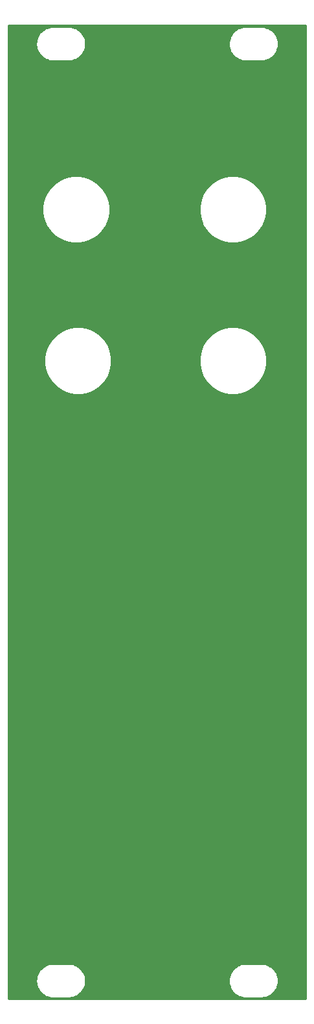
<source format=gbr>
G04 #@! TF.GenerationSoftware,KiCad,Pcbnew,(5.1.5-0)*
G04 #@! TF.CreationDate,2021-01-08T11:31:28-08:00*
G04 #@! TF.ProjectId,trackydacks,74726163-6b79-4646-9163-6b732e6b6963,rev?*
G04 #@! TF.SameCoordinates,Original*
G04 #@! TF.FileFunction,Copper,L1,Top*
G04 #@! TF.FilePolarity,Positive*
%FSLAX46Y46*%
G04 Gerber Fmt 4.6, Leading zero omitted, Abs format (unit mm)*
G04 Created by KiCad (PCBNEW (5.1.5-0)) date 2021-01-08 11:31:28*
%MOMM*%
%LPD*%
G04 APERTURE LIST*
%ADD10C,3.100000*%
%ADD11C,6.100000*%
%ADD12C,0.254000*%
G04 APERTURE END LIST*
D10*
X135250000Y500000D03*
X115250000Y500000D03*
D11*
X105250000Y500000D03*
X125250000Y500000D03*
X105250000Y15500000D03*
X115250000Y15500000D03*
X125250000Y15500000D03*
X135250000Y15500000D03*
D12*
G36*
X139540001Y-27840000D02*
G01*
X100660000Y-27840000D01*
X100660000Y-25451353D01*
X104242755Y-25451353D01*
X104243173Y-25511171D01*
X104242755Y-25570988D01*
X104243655Y-25580160D01*
X104276296Y-25890715D01*
X104288320Y-25949291D01*
X104299532Y-26008070D01*
X104302196Y-26016892D01*
X104394535Y-26315192D01*
X104417715Y-26370335D01*
X104440124Y-26425800D01*
X104444451Y-26433937D01*
X104592972Y-26708621D01*
X104626417Y-26758205D01*
X104659177Y-26808268D01*
X104665001Y-26815409D01*
X104864047Y-27056013D01*
X104906482Y-27098154D01*
X104948346Y-27140903D01*
X104955446Y-27146777D01*
X105197435Y-27344138D01*
X105247259Y-27377241D01*
X105296615Y-27411036D01*
X105304721Y-27415419D01*
X105580435Y-27562019D01*
X105635704Y-27584799D01*
X105690724Y-27608381D01*
X105699527Y-27611105D01*
X105998465Y-27701359D01*
X106057138Y-27712976D01*
X106115655Y-27725415D01*
X106124820Y-27726378D01*
X106435594Y-27756850D01*
X106435598Y-27756850D01*
X106467581Y-27760000D01*
X108532419Y-27760000D01*
X108565986Y-27756694D01*
X108586744Y-27756694D01*
X108595909Y-27755731D01*
X108906228Y-27720923D01*
X108964731Y-27708487D01*
X109023419Y-27696867D01*
X109032222Y-27694142D01*
X109329870Y-27599723D01*
X109384792Y-27576183D01*
X109440159Y-27553363D01*
X109448265Y-27548979D01*
X109721904Y-27398544D01*
X109771217Y-27364779D01*
X109821088Y-27331645D01*
X109828188Y-27325770D01*
X110067397Y-27125049D01*
X110109241Y-27082320D01*
X110151694Y-27040162D01*
X110157519Y-27033020D01*
X110353185Y-26789660D01*
X110385938Y-26739608D01*
X110419391Y-26690013D01*
X110423714Y-26681881D01*
X110423717Y-26681877D01*
X110423719Y-26681873D01*
X110568388Y-26405146D01*
X110590785Y-26349711D01*
X110613978Y-26294539D01*
X110616641Y-26285717D01*
X110704807Y-25986156D01*
X110716007Y-25927440D01*
X110728045Y-25868798D01*
X110728944Y-25859627D01*
X110757245Y-25548647D01*
X110756827Y-25488830D01*
X110757088Y-25451353D01*
X129442755Y-25451353D01*
X129443173Y-25511171D01*
X129442755Y-25570988D01*
X129443655Y-25580160D01*
X129476296Y-25890715D01*
X129488320Y-25949291D01*
X129499532Y-26008070D01*
X129502196Y-26016892D01*
X129594535Y-26315192D01*
X129617715Y-26370335D01*
X129640124Y-26425800D01*
X129644451Y-26433937D01*
X129792972Y-26708621D01*
X129826417Y-26758205D01*
X129859177Y-26808268D01*
X129865001Y-26815409D01*
X130064047Y-27056013D01*
X130106482Y-27098154D01*
X130148346Y-27140903D01*
X130155446Y-27146777D01*
X130397435Y-27344138D01*
X130447259Y-27377241D01*
X130496615Y-27411036D01*
X130504721Y-27415419D01*
X130780435Y-27562019D01*
X130835704Y-27584799D01*
X130890724Y-27608381D01*
X130899527Y-27611105D01*
X131198465Y-27701359D01*
X131257138Y-27712976D01*
X131315655Y-27725415D01*
X131324820Y-27726378D01*
X131635594Y-27756850D01*
X131635598Y-27756850D01*
X131667581Y-27760000D01*
X133732419Y-27760000D01*
X133765986Y-27756694D01*
X133786744Y-27756694D01*
X133795909Y-27755731D01*
X134106228Y-27720923D01*
X134164731Y-27708487D01*
X134223419Y-27696867D01*
X134232222Y-27694142D01*
X134529870Y-27599723D01*
X134584792Y-27576183D01*
X134640159Y-27553363D01*
X134648265Y-27548979D01*
X134921904Y-27398544D01*
X134971217Y-27364779D01*
X135021088Y-27331645D01*
X135028188Y-27325770D01*
X135267397Y-27125049D01*
X135309241Y-27082320D01*
X135351694Y-27040162D01*
X135357519Y-27033020D01*
X135553185Y-26789660D01*
X135585938Y-26739608D01*
X135619391Y-26690013D01*
X135623714Y-26681881D01*
X135623717Y-26681877D01*
X135623719Y-26681873D01*
X135768388Y-26405146D01*
X135790785Y-26349711D01*
X135813978Y-26294539D01*
X135816641Y-26285717D01*
X135904807Y-25986156D01*
X135916007Y-25927440D01*
X135928045Y-25868798D01*
X135928944Y-25859627D01*
X135957245Y-25548647D01*
X135956827Y-25488830D01*
X135957245Y-25429012D01*
X135956345Y-25419841D01*
X135923704Y-25109285D01*
X135911680Y-25050709D01*
X135900468Y-24991930D01*
X135897804Y-24983108D01*
X135805465Y-24684808D01*
X135782280Y-24629653D01*
X135759876Y-24574200D01*
X135755549Y-24566064D01*
X135755549Y-24566063D01*
X135755546Y-24566059D01*
X135607028Y-24291379D01*
X135573583Y-24241795D01*
X135540823Y-24191732D01*
X135534999Y-24184591D01*
X135335954Y-23943987D01*
X135293535Y-23901863D01*
X135251655Y-23859097D01*
X135244554Y-23853223D01*
X135002565Y-23655862D01*
X134952741Y-23622759D01*
X134903385Y-23588964D01*
X134895279Y-23584581D01*
X134619566Y-23437981D01*
X134564269Y-23415189D01*
X134509275Y-23391619D01*
X134500472Y-23388895D01*
X134201535Y-23298641D01*
X134142862Y-23287024D01*
X134084345Y-23274585D01*
X134075180Y-23273622D01*
X133764405Y-23243150D01*
X133764402Y-23243150D01*
X133732419Y-23240000D01*
X131667581Y-23240000D01*
X131634014Y-23243306D01*
X131613256Y-23243306D01*
X131604091Y-23244269D01*
X131293771Y-23279077D01*
X131235298Y-23291506D01*
X131176581Y-23303132D01*
X131167778Y-23305858D01*
X130870130Y-23400277D01*
X130815147Y-23423843D01*
X130759841Y-23446638D01*
X130751735Y-23451021D01*
X130478095Y-23601456D01*
X130428748Y-23635245D01*
X130378913Y-23668355D01*
X130371812Y-23674229D01*
X130132603Y-23874951D01*
X130090759Y-23917681D01*
X130048305Y-23959839D01*
X130042481Y-23966980D01*
X129846814Y-24210340D01*
X129814055Y-24260400D01*
X129780609Y-24309986D01*
X129776283Y-24318123D01*
X129631612Y-24594854D01*
X129609215Y-24650289D01*
X129586022Y-24705461D01*
X129583359Y-24714283D01*
X129495193Y-25013844D01*
X129483993Y-25072560D01*
X129471955Y-25131202D01*
X129471056Y-25140373D01*
X129442755Y-25451353D01*
X110757088Y-25451353D01*
X110757245Y-25429012D01*
X110756345Y-25419841D01*
X110723704Y-25109285D01*
X110711680Y-25050709D01*
X110700468Y-24991930D01*
X110697804Y-24983108D01*
X110605465Y-24684808D01*
X110582280Y-24629653D01*
X110559876Y-24574200D01*
X110555549Y-24566064D01*
X110555549Y-24566063D01*
X110555546Y-24566059D01*
X110407028Y-24291379D01*
X110373583Y-24241795D01*
X110340823Y-24191732D01*
X110334999Y-24184591D01*
X110135954Y-23943987D01*
X110093535Y-23901863D01*
X110051655Y-23859097D01*
X110044554Y-23853223D01*
X109802565Y-23655862D01*
X109752741Y-23622759D01*
X109703385Y-23588964D01*
X109695279Y-23584581D01*
X109419566Y-23437981D01*
X109364269Y-23415189D01*
X109309275Y-23391619D01*
X109300472Y-23388895D01*
X109001535Y-23298641D01*
X108942862Y-23287024D01*
X108884345Y-23274585D01*
X108875180Y-23273622D01*
X108564405Y-23243150D01*
X108564402Y-23243150D01*
X108532419Y-23240000D01*
X106467581Y-23240000D01*
X106434014Y-23243306D01*
X106413256Y-23243306D01*
X106404091Y-23244269D01*
X106093771Y-23279077D01*
X106035298Y-23291506D01*
X105976581Y-23303132D01*
X105967778Y-23305858D01*
X105670130Y-23400277D01*
X105615147Y-23423843D01*
X105559841Y-23446638D01*
X105551735Y-23451021D01*
X105278095Y-23601456D01*
X105228748Y-23635245D01*
X105178913Y-23668355D01*
X105171812Y-23674229D01*
X104932603Y-23874951D01*
X104890759Y-23917681D01*
X104848305Y-23959839D01*
X104842481Y-23966980D01*
X104646814Y-24210340D01*
X104614055Y-24260400D01*
X104580609Y-24309986D01*
X104576283Y-24318123D01*
X104431612Y-24594854D01*
X104409215Y-24650289D01*
X104386022Y-24705461D01*
X104383359Y-24714283D01*
X104295193Y-25013844D01*
X104283993Y-25072560D01*
X104271955Y-25131202D01*
X104271056Y-25140373D01*
X104242755Y-25451353D01*
X100660000Y-25451353D01*
X100660000Y55934216D01*
X105341332Y55934216D01*
X105341332Y55065784D01*
X105510754Y54214039D01*
X105843089Y53411712D01*
X106325564Y52689638D01*
X106939638Y52075564D01*
X107661712Y51593089D01*
X108464039Y51260754D01*
X109315784Y51091332D01*
X110184216Y51091332D01*
X111035961Y51260754D01*
X111838288Y51593089D01*
X112560362Y52075564D01*
X113174436Y52689638D01*
X113656911Y53411712D01*
X113989246Y54214039D01*
X114158668Y55065784D01*
X114158668Y55934216D01*
X125591332Y55934216D01*
X125591332Y55065784D01*
X125760754Y54214039D01*
X126093089Y53411712D01*
X126575564Y52689638D01*
X127189638Y52075564D01*
X127911712Y51593089D01*
X128714039Y51260754D01*
X129565784Y51091332D01*
X130434216Y51091332D01*
X131285961Y51260754D01*
X132088288Y51593089D01*
X132810362Y52075564D01*
X133424436Y52689638D01*
X133906911Y53411712D01*
X134239246Y54214039D01*
X134408668Y55065784D01*
X134408668Y55934216D01*
X134239246Y56785961D01*
X133906911Y57588288D01*
X133424436Y58310362D01*
X132810362Y58924436D01*
X132088288Y59406911D01*
X131285961Y59739246D01*
X130434216Y59908668D01*
X129565784Y59908668D01*
X128714039Y59739246D01*
X127911712Y59406911D01*
X127189638Y58924436D01*
X126575564Y58310362D01*
X126093089Y57588288D01*
X125760754Y56785961D01*
X125591332Y55934216D01*
X114158668Y55934216D01*
X113989246Y56785961D01*
X113656911Y57588288D01*
X113174436Y58310362D01*
X112560362Y58924436D01*
X111838288Y59406911D01*
X111035961Y59739246D01*
X110184216Y59908668D01*
X109315784Y59908668D01*
X108464039Y59739246D01*
X107661712Y59406911D01*
X106939638Y58924436D01*
X106325564Y58310362D01*
X105843089Y57588288D01*
X105510754Y56785961D01*
X105341332Y55934216D01*
X100660000Y55934216D01*
X100660000Y75684216D01*
X105091332Y75684216D01*
X105091332Y74815784D01*
X105260754Y73964039D01*
X105593089Y73161712D01*
X106075564Y72439638D01*
X106689638Y71825564D01*
X107411712Y71343089D01*
X108214039Y71010754D01*
X109065784Y70841332D01*
X109934216Y70841332D01*
X110785961Y71010754D01*
X111588288Y71343089D01*
X112310362Y71825564D01*
X112924436Y72439638D01*
X113406911Y73161712D01*
X113739246Y73964039D01*
X113908668Y74815784D01*
X113908668Y75684216D01*
X125591332Y75684216D01*
X125591332Y74815784D01*
X125760754Y73964039D01*
X126093089Y73161712D01*
X126575564Y72439638D01*
X127189638Y71825564D01*
X127911712Y71343089D01*
X128714039Y71010754D01*
X129565784Y70841332D01*
X130434216Y70841332D01*
X131285961Y71010754D01*
X132088288Y71343089D01*
X132810362Y71825564D01*
X133424436Y72439638D01*
X133906911Y73161712D01*
X134239246Y73964039D01*
X134408668Y74815784D01*
X134408668Y75684216D01*
X134239246Y76535961D01*
X133906911Y77338288D01*
X133424436Y78060362D01*
X132810362Y78674436D01*
X132088288Y79156911D01*
X131285961Y79489246D01*
X130434216Y79658668D01*
X129565784Y79658668D01*
X128714039Y79489246D01*
X127911712Y79156911D01*
X127189638Y78674436D01*
X126575564Y78060362D01*
X126093089Y77338288D01*
X125760754Y76535961D01*
X125591332Y75684216D01*
X113908668Y75684216D01*
X113739246Y76535961D01*
X113406911Y77338288D01*
X112924436Y78060362D01*
X112310362Y78674436D01*
X111588288Y79156911D01*
X110785961Y79489246D01*
X109934216Y79658668D01*
X109065784Y79658668D01*
X108214039Y79489246D01*
X107411712Y79156911D01*
X106689638Y78674436D01*
X106075564Y78060362D01*
X105593089Y77338288D01*
X105260754Y76535961D01*
X105091332Y75684216D01*
X100660000Y75684216D01*
X100660000Y96948647D01*
X104242755Y96948647D01*
X104243173Y96888829D01*
X104242755Y96829012D01*
X104243655Y96819840D01*
X104276296Y96509285D01*
X104288320Y96450709D01*
X104299532Y96391930D01*
X104302196Y96383108D01*
X104394535Y96084808D01*
X104417715Y96029665D01*
X104440124Y95974200D01*
X104444451Y95966063D01*
X104592972Y95691379D01*
X104626417Y95641795D01*
X104659177Y95591732D01*
X104665001Y95584591D01*
X104864047Y95343987D01*
X104906482Y95301846D01*
X104948346Y95259097D01*
X104955446Y95253223D01*
X105197435Y95055862D01*
X105247259Y95022759D01*
X105296615Y94988964D01*
X105304721Y94984581D01*
X105580435Y94837981D01*
X105635704Y94815201D01*
X105690724Y94791619D01*
X105699527Y94788895D01*
X105998465Y94698641D01*
X106057138Y94687024D01*
X106115655Y94674585D01*
X106124820Y94673622D01*
X106435594Y94643150D01*
X106435598Y94643150D01*
X106467581Y94640000D01*
X108532419Y94640000D01*
X108565986Y94643306D01*
X108586744Y94643306D01*
X108595909Y94644269D01*
X108906228Y94679077D01*
X108964731Y94691513D01*
X109023419Y94703133D01*
X109032222Y94705858D01*
X109329870Y94800277D01*
X109384792Y94823817D01*
X109440159Y94846637D01*
X109448265Y94851021D01*
X109721904Y95001456D01*
X109771217Y95035221D01*
X109821088Y95068355D01*
X109828188Y95074230D01*
X110067397Y95274951D01*
X110109241Y95317680D01*
X110151694Y95359838D01*
X110157519Y95366980D01*
X110353185Y95610340D01*
X110385938Y95660392D01*
X110419391Y95709987D01*
X110423714Y95718119D01*
X110423717Y95718123D01*
X110423719Y95718127D01*
X110568388Y95994854D01*
X110590785Y96050289D01*
X110613978Y96105461D01*
X110616641Y96114283D01*
X110704807Y96413844D01*
X110716007Y96472560D01*
X110728045Y96531202D01*
X110728944Y96540373D01*
X110757245Y96851353D01*
X110756827Y96911171D01*
X110757088Y96948647D01*
X129442755Y96948647D01*
X129443173Y96888829D01*
X129442755Y96829012D01*
X129443655Y96819840D01*
X129476296Y96509285D01*
X129488320Y96450709D01*
X129499532Y96391930D01*
X129502196Y96383108D01*
X129594535Y96084808D01*
X129617715Y96029665D01*
X129640124Y95974200D01*
X129644451Y95966063D01*
X129792972Y95691379D01*
X129826417Y95641795D01*
X129859177Y95591732D01*
X129865001Y95584591D01*
X130064047Y95343987D01*
X130106482Y95301846D01*
X130148346Y95259097D01*
X130155446Y95253223D01*
X130397435Y95055862D01*
X130447259Y95022759D01*
X130496615Y94988964D01*
X130504721Y94984581D01*
X130780435Y94837981D01*
X130835704Y94815201D01*
X130890724Y94791619D01*
X130899527Y94788895D01*
X131198465Y94698641D01*
X131257138Y94687024D01*
X131315655Y94674585D01*
X131324820Y94673622D01*
X131635594Y94643150D01*
X131635598Y94643150D01*
X131667581Y94640000D01*
X133732419Y94640000D01*
X133765986Y94643306D01*
X133786744Y94643306D01*
X133795909Y94644269D01*
X134106228Y94679077D01*
X134164731Y94691513D01*
X134223419Y94703133D01*
X134232222Y94705858D01*
X134529870Y94800277D01*
X134584792Y94823817D01*
X134640159Y94846637D01*
X134648265Y94851021D01*
X134921904Y95001456D01*
X134971217Y95035221D01*
X135021088Y95068355D01*
X135028188Y95074230D01*
X135267397Y95274951D01*
X135309241Y95317680D01*
X135351694Y95359838D01*
X135357519Y95366980D01*
X135553185Y95610340D01*
X135585938Y95660392D01*
X135619391Y95709987D01*
X135623714Y95718119D01*
X135623717Y95718123D01*
X135623719Y95718127D01*
X135768388Y95994854D01*
X135790785Y96050289D01*
X135813978Y96105461D01*
X135816641Y96114283D01*
X135904807Y96413844D01*
X135916007Y96472560D01*
X135928045Y96531202D01*
X135928944Y96540373D01*
X135957245Y96851353D01*
X135956827Y96911170D01*
X135957245Y96970988D01*
X135956345Y96980159D01*
X135923704Y97290715D01*
X135911680Y97349291D01*
X135900468Y97408070D01*
X135897804Y97416892D01*
X135805465Y97715192D01*
X135782280Y97770347D01*
X135759876Y97825800D01*
X135755549Y97833936D01*
X135755549Y97833937D01*
X135755546Y97833941D01*
X135607028Y98108621D01*
X135573583Y98158205D01*
X135540823Y98208268D01*
X135534999Y98215409D01*
X135335954Y98456013D01*
X135293535Y98498137D01*
X135251655Y98540903D01*
X135244554Y98546777D01*
X135002565Y98744138D01*
X134952741Y98777241D01*
X134903385Y98811036D01*
X134895279Y98815419D01*
X134619566Y98962019D01*
X134564269Y98984811D01*
X134509275Y99008381D01*
X134500472Y99011105D01*
X134201535Y99101359D01*
X134142862Y99112976D01*
X134084345Y99125415D01*
X134075180Y99126378D01*
X133764405Y99156850D01*
X133764402Y99156850D01*
X133732419Y99160000D01*
X131667581Y99160000D01*
X131634014Y99156694D01*
X131613256Y99156694D01*
X131604091Y99155731D01*
X131293771Y99120923D01*
X131235298Y99108494D01*
X131176581Y99096868D01*
X131167778Y99094142D01*
X130870130Y98999723D01*
X130815147Y98976157D01*
X130759841Y98953362D01*
X130751735Y98948979D01*
X130478095Y98798544D01*
X130428748Y98764755D01*
X130378913Y98731645D01*
X130371812Y98725771D01*
X130132603Y98525049D01*
X130090759Y98482319D01*
X130048305Y98440161D01*
X130042481Y98433020D01*
X129846814Y98189660D01*
X129814055Y98139600D01*
X129780609Y98090014D01*
X129776283Y98081877D01*
X129631612Y97805146D01*
X129609215Y97749711D01*
X129586022Y97694539D01*
X129583359Y97685717D01*
X129495193Y97386156D01*
X129483993Y97327440D01*
X129471955Y97268798D01*
X129471056Y97259627D01*
X129442755Y96948647D01*
X110757088Y96948647D01*
X110757245Y96970988D01*
X110756345Y96980159D01*
X110723704Y97290715D01*
X110711680Y97349291D01*
X110700468Y97408070D01*
X110697804Y97416892D01*
X110605465Y97715192D01*
X110582280Y97770347D01*
X110559876Y97825800D01*
X110555549Y97833936D01*
X110555549Y97833937D01*
X110555546Y97833941D01*
X110407028Y98108621D01*
X110373583Y98158205D01*
X110340823Y98208268D01*
X110334999Y98215409D01*
X110135954Y98456013D01*
X110093535Y98498137D01*
X110051655Y98540903D01*
X110044554Y98546777D01*
X109802565Y98744138D01*
X109752741Y98777241D01*
X109703385Y98811036D01*
X109695279Y98815419D01*
X109419566Y98962019D01*
X109364269Y98984811D01*
X109309275Y99008381D01*
X109300472Y99011105D01*
X109001535Y99101359D01*
X108942862Y99112976D01*
X108884345Y99125415D01*
X108875180Y99126378D01*
X108564405Y99156850D01*
X108564402Y99156850D01*
X108532419Y99160000D01*
X106467581Y99160000D01*
X106434014Y99156694D01*
X106413256Y99156694D01*
X106404091Y99155731D01*
X106093771Y99120923D01*
X106035298Y99108494D01*
X105976581Y99096868D01*
X105967778Y99094142D01*
X105670130Y98999723D01*
X105615147Y98976157D01*
X105559841Y98953362D01*
X105551735Y98948979D01*
X105278095Y98798544D01*
X105228748Y98764755D01*
X105178913Y98731645D01*
X105171812Y98725771D01*
X104932603Y98525049D01*
X104890759Y98482319D01*
X104848305Y98440161D01*
X104842481Y98433020D01*
X104646814Y98189660D01*
X104614055Y98139600D01*
X104580609Y98090014D01*
X104576283Y98081877D01*
X104431612Y97805146D01*
X104409215Y97749711D01*
X104386022Y97694539D01*
X104383359Y97685717D01*
X104295193Y97386156D01*
X104283993Y97327440D01*
X104271955Y97268798D01*
X104271056Y97259627D01*
X104242755Y96948647D01*
X100660000Y96948647D01*
X100660000Y99340000D01*
X139540000Y99340000D01*
X139540001Y-27840000D01*
G37*
X139540001Y-27840000D02*
X100660000Y-27840000D01*
X100660000Y-25451353D01*
X104242755Y-25451353D01*
X104243173Y-25511171D01*
X104242755Y-25570988D01*
X104243655Y-25580160D01*
X104276296Y-25890715D01*
X104288320Y-25949291D01*
X104299532Y-26008070D01*
X104302196Y-26016892D01*
X104394535Y-26315192D01*
X104417715Y-26370335D01*
X104440124Y-26425800D01*
X104444451Y-26433937D01*
X104592972Y-26708621D01*
X104626417Y-26758205D01*
X104659177Y-26808268D01*
X104665001Y-26815409D01*
X104864047Y-27056013D01*
X104906482Y-27098154D01*
X104948346Y-27140903D01*
X104955446Y-27146777D01*
X105197435Y-27344138D01*
X105247259Y-27377241D01*
X105296615Y-27411036D01*
X105304721Y-27415419D01*
X105580435Y-27562019D01*
X105635704Y-27584799D01*
X105690724Y-27608381D01*
X105699527Y-27611105D01*
X105998465Y-27701359D01*
X106057138Y-27712976D01*
X106115655Y-27725415D01*
X106124820Y-27726378D01*
X106435594Y-27756850D01*
X106435598Y-27756850D01*
X106467581Y-27760000D01*
X108532419Y-27760000D01*
X108565986Y-27756694D01*
X108586744Y-27756694D01*
X108595909Y-27755731D01*
X108906228Y-27720923D01*
X108964731Y-27708487D01*
X109023419Y-27696867D01*
X109032222Y-27694142D01*
X109329870Y-27599723D01*
X109384792Y-27576183D01*
X109440159Y-27553363D01*
X109448265Y-27548979D01*
X109721904Y-27398544D01*
X109771217Y-27364779D01*
X109821088Y-27331645D01*
X109828188Y-27325770D01*
X110067397Y-27125049D01*
X110109241Y-27082320D01*
X110151694Y-27040162D01*
X110157519Y-27033020D01*
X110353185Y-26789660D01*
X110385938Y-26739608D01*
X110419391Y-26690013D01*
X110423714Y-26681881D01*
X110423717Y-26681877D01*
X110423719Y-26681873D01*
X110568388Y-26405146D01*
X110590785Y-26349711D01*
X110613978Y-26294539D01*
X110616641Y-26285717D01*
X110704807Y-25986156D01*
X110716007Y-25927440D01*
X110728045Y-25868798D01*
X110728944Y-25859627D01*
X110757245Y-25548647D01*
X110756827Y-25488830D01*
X110757088Y-25451353D01*
X129442755Y-25451353D01*
X129443173Y-25511171D01*
X129442755Y-25570988D01*
X129443655Y-25580160D01*
X129476296Y-25890715D01*
X129488320Y-25949291D01*
X129499532Y-26008070D01*
X129502196Y-26016892D01*
X129594535Y-26315192D01*
X129617715Y-26370335D01*
X129640124Y-26425800D01*
X129644451Y-26433937D01*
X129792972Y-26708621D01*
X129826417Y-26758205D01*
X129859177Y-26808268D01*
X129865001Y-26815409D01*
X130064047Y-27056013D01*
X130106482Y-27098154D01*
X130148346Y-27140903D01*
X130155446Y-27146777D01*
X130397435Y-27344138D01*
X130447259Y-27377241D01*
X130496615Y-27411036D01*
X130504721Y-27415419D01*
X130780435Y-27562019D01*
X130835704Y-27584799D01*
X130890724Y-27608381D01*
X130899527Y-27611105D01*
X131198465Y-27701359D01*
X131257138Y-27712976D01*
X131315655Y-27725415D01*
X131324820Y-27726378D01*
X131635594Y-27756850D01*
X131635598Y-27756850D01*
X131667581Y-27760000D01*
X133732419Y-27760000D01*
X133765986Y-27756694D01*
X133786744Y-27756694D01*
X133795909Y-27755731D01*
X134106228Y-27720923D01*
X134164731Y-27708487D01*
X134223419Y-27696867D01*
X134232222Y-27694142D01*
X134529870Y-27599723D01*
X134584792Y-27576183D01*
X134640159Y-27553363D01*
X134648265Y-27548979D01*
X134921904Y-27398544D01*
X134971217Y-27364779D01*
X135021088Y-27331645D01*
X135028188Y-27325770D01*
X135267397Y-27125049D01*
X135309241Y-27082320D01*
X135351694Y-27040162D01*
X135357519Y-27033020D01*
X135553185Y-26789660D01*
X135585938Y-26739608D01*
X135619391Y-26690013D01*
X135623714Y-26681881D01*
X135623717Y-26681877D01*
X135623719Y-26681873D01*
X135768388Y-26405146D01*
X135790785Y-26349711D01*
X135813978Y-26294539D01*
X135816641Y-26285717D01*
X135904807Y-25986156D01*
X135916007Y-25927440D01*
X135928045Y-25868798D01*
X135928944Y-25859627D01*
X135957245Y-25548647D01*
X135956827Y-25488830D01*
X135957245Y-25429012D01*
X135956345Y-25419841D01*
X135923704Y-25109285D01*
X135911680Y-25050709D01*
X135900468Y-24991930D01*
X135897804Y-24983108D01*
X135805465Y-24684808D01*
X135782280Y-24629653D01*
X135759876Y-24574200D01*
X135755549Y-24566064D01*
X135755549Y-24566063D01*
X135755546Y-24566059D01*
X135607028Y-24291379D01*
X135573583Y-24241795D01*
X135540823Y-24191732D01*
X135534999Y-24184591D01*
X135335954Y-23943987D01*
X135293535Y-23901863D01*
X135251655Y-23859097D01*
X135244554Y-23853223D01*
X135002565Y-23655862D01*
X134952741Y-23622759D01*
X134903385Y-23588964D01*
X134895279Y-23584581D01*
X134619566Y-23437981D01*
X134564269Y-23415189D01*
X134509275Y-23391619D01*
X134500472Y-23388895D01*
X134201535Y-23298641D01*
X134142862Y-23287024D01*
X134084345Y-23274585D01*
X134075180Y-23273622D01*
X133764405Y-23243150D01*
X133764402Y-23243150D01*
X133732419Y-23240000D01*
X131667581Y-23240000D01*
X131634014Y-23243306D01*
X131613256Y-23243306D01*
X131604091Y-23244269D01*
X131293771Y-23279077D01*
X131235298Y-23291506D01*
X131176581Y-23303132D01*
X131167778Y-23305858D01*
X130870130Y-23400277D01*
X130815147Y-23423843D01*
X130759841Y-23446638D01*
X130751735Y-23451021D01*
X130478095Y-23601456D01*
X130428748Y-23635245D01*
X130378913Y-23668355D01*
X130371812Y-23674229D01*
X130132603Y-23874951D01*
X130090759Y-23917681D01*
X130048305Y-23959839D01*
X130042481Y-23966980D01*
X129846814Y-24210340D01*
X129814055Y-24260400D01*
X129780609Y-24309986D01*
X129776283Y-24318123D01*
X129631612Y-24594854D01*
X129609215Y-24650289D01*
X129586022Y-24705461D01*
X129583359Y-24714283D01*
X129495193Y-25013844D01*
X129483993Y-25072560D01*
X129471955Y-25131202D01*
X129471056Y-25140373D01*
X129442755Y-25451353D01*
X110757088Y-25451353D01*
X110757245Y-25429012D01*
X110756345Y-25419841D01*
X110723704Y-25109285D01*
X110711680Y-25050709D01*
X110700468Y-24991930D01*
X110697804Y-24983108D01*
X110605465Y-24684808D01*
X110582280Y-24629653D01*
X110559876Y-24574200D01*
X110555549Y-24566064D01*
X110555549Y-24566063D01*
X110555546Y-24566059D01*
X110407028Y-24291379D01*
X110373583Y-24241795D01*
X110340823Y-24191732D01*
X110334999Y-24184591D01*
X110135954Y-23943987D01*
X110093535Y-23901863D01*
X110051655Y-23859097D01*
X110044554Y-23853223D01*
X109802565Y-23655862D01*
X109752741Y-23622759D01*
X109703385Y-23588964D01*
X109695279Y-23584581D01*
X109419566Y-23437981D01*
X109364269Y-23415189D01*
X109309275Y-23391619D01*
X109300472Y-23388895D01*
X109001535Y-23298641D01*
X108942862Y-23287024D01*
X108884345Y-23274585D01*
X108875180Y-23273622D01*
X108564405Y-23243150D01*
X108564402Y-23243150D01*
X108532419Y-23240000D01*
X106467581Y-23240000D01*
X106434014Y-23243306D01*
X106413256Y-23243306D01*
X106404091Y-23244269D01*
X106093771Y-23279077D01*
X106035298Y-23291506D01*
X105976581Y-23303132D01*
X105967778Y-23305858D01*
X105670130Y-23400277D01*
X105615147Y-23423843D01*
X105559841Y-23446638D01*
X105551735Y-23451021D01*
X105278095Y-23601456D01*
X105228748Y-23635245D01*
X105178913Y-23668355D01*
X105171812Y-23674229D01*
X104932603Y-23874951D01*
X104890759Y-23917681D01*
X104848305Y-23959839D01*
X104842481Y-23966980D01*
X104646814Y-24210340D01*
X104614055Y-24260400D01*
X104580609Y-24309986D01*
X104576283Y-24318123D01*
X104431612Y-24594854D01*
X104409215Y-24650289D01*
X104386022Y-24705461D01*
X104383359Y-24714283D01*
X104295193Y-25013844D01*
X104283993Y-25072560D01*
X104271955Y-25131202D01*
X104271056Y-25140373D01*
X104242755Y-25451353D01*
X100660000Y-25451353D01*
X100660000Y55934216D01*
X105341332Y55934216D01*
X105341332Y55065784D01*
X105510754Y54214039D01*
X105843089Y53411712D01*
X106325564Y52689638D01*
X106939638Y52075564D01*
X107661712Y51593089D01*
X108464039Y51260754D01*
X109315784Y51091332D01*
X110184216Y51091332D01*
X111035961Y51260754D01*
X111838288Y51593089D01*
X112560362Y52075564D01*
X113174436Y52689638D01*
X113656911Y53411712D01*
X113989246Y54214039D01*
X114158668Y55065784D01*
X114158668Y55934216D01*
X125591332Y55934216D01*
X125591332Y55065784D01*
X125760754Y54214039D01*
X126093089Y53411712D01*
X126575564Y52689638D01*
X127189638Y52075564D01*
X127911712Y51593089D01*
X128714039Y51260754D01*
X129565784Y51091332D01*
X130434216Y51091332D01*
X131285961Y51260754D01*
X132088288Y51593089D01*
X132810362Y52075564D01*
X133424436Y52689638D01*
X133906911Y53411712D01*
X134239246Y54214039D01*
X134408668Y55065784D01*
X134408668Y55934216D01*
X134239246Y56785961D01*
X133906911Y57588288D01*
X133424436Y58310362D01*
X132810362Y58924436D01*
X132088288Y59406911D01*
X131285961Y59739246D01*
X130434216Y59908668D01*
X129565784Y59908668D01*
X128714039Y59739246D01*
X127911712Y59406911D01*
X127189638Y58924436D01*
X126575564Y58310362D01*
X126093089Y57588288D01*
X125760754Y56785961D01*
X125591332Y55934216D01*
X114158668Y55934216D01*
X113989246Y56785961D01*
X113656911Y57588288D01*
X113174436Y58310362D01*
X112560362Y58924436D01*
X111838288Y59406911D01*
X111035961Y59739246D01*
X110184216Y59908668D01*
X109315784Y59908668D01*
X108464039Y59739246D01*
X107661712Y59406911D01*
X106939638Y58924436D01*
X106325564Y58310362D01*
X105843089Y57588288D01*
X105510754Y56785961D01*
X105341332Y55934216D01*
X100660000Y55934216D01*
X100660000Y75684216D01*
X105091332Y75684216D01*
X105091332Y74815784D01*
X105260754Y73964039D01*
X105593089Y73161712D01*
X106075564Y72439638D01*
X106689638Y71825564D01*
X107411712Y71343089D01*
X108214039Y71010754D01*
X109065784Y70841332D01*
X109934216Y70841332D01*
X110785961Y71010754D01*
X111588288Y71343089D01*
X112310362Y71825564D01*
X112924436Y72439638D01*
X113406911Y73161712D01*
X113739246Y73964039D01*
X113908668Y74815784D01*
X113908668Y75684216D01*
X125591332Y75684216D01*
X125591332Y74815784D01*
X125760754Y73964039D01*
X126093089Y73161712D01*
X126575564Y72439638D01*
X127189638Y71825564D01*
X127911712Y71343089D01*
X128714039Y71010754D01*
X129565784Y70841332D01*
X130434216Y70841332D01*
X131285961Y71010754D01*
X132088288Y71343089D01*
X132810362Y71825564D01*
X133424436Y72439638D01*
X133906911Y73161712D01*
X134239246Y73964039D01*
X134408668Y74815784D01*
X134408668Y75684216D01*
X134239246Y76535961D01*
X133906911Y77338288D01*
X133424436Y78060362D01*
X132810362Y78674436D01*
X132088288Y79156911D01*
X131285961Y79489246D01*
X130434216Y79658668D01*
X129565784Y79658668D01*
X128714039Y79489246D01*
X127911712Y79156911D01*
X127189638Y78674436D01*
X126575564Y78060362D01*
X126093089Y77338288D01*
X125760754Y76535961D01*
X125591332Y75684216D01*
X113908668Y75684216D01*
X113739246Y76535961D01*
X113406911Y77338288D01*
X112924436Y78060362D01*
X112310362Y78674436D01*
X111588288Y79156911D01*
X110785961Y79489246D01*
X109934216Y79658668D01*
X109065784Y79658668D01*
X108214039Y79489246D01*
X107411712Y79156911D01*
X106689638Y78674436D01*
X106075564Y78060362D01*
X105593089Y77338288D01*
X105260754Y76535961D01*
X105091332Y75684216D01*
X100660000Y75684216D01*
X100660000Y96948647D01*
X104242755Y96948647D01*
X104243173Y96888829D01*
X104242755Y96829012D01*
X104243655Y96819840D01*
X104276296Y96509285D01*
X104288320Y96450709D01*
X104299532Y96391930D01*
X104302196Y96383108D01*
X104394535Y96084808D01*
X104417715Y96029665D01*
X104440124Y95974200D01*
X104444451Y95966063D01*
X104592972Y95691379D01*
X104626417Y95641795D01*
X104659177Y95591732D01*
X104665001Y95584591D01*
X104864047Y95343987D01*
X104906482Y95301846D01*
X104948346Y95259097D01*
X104955446Y95253223D01*
X105197435Y95055862D01*
X105247259Y95022759D01*
X105296615Y94988964D01*
X105304721Y94984581D01*
X105580435Y94837981D01*
X105635704Y94815201D01*
X105690724Y94791619D01*
X105699527Y94788895D01*
X105998465Y94698641D01*
X106057138Y94687024D01*
X106115655Y94674585D01*
X106124820Y94673622D01*
X106435594Y94643150D01*
X106435598Y94643150D01*
X106467581Y94640000D01*
X108532419Y94640000D01*
X108565986Y94643306D01*
X108586744Y94643306D01*
X108595909Y94644269D01*
X108906228Y94679077D01*
X108964731Y94691513D01*
X109023419Y94703133D01*
X109032222Y94705858D01*
X109329870Y94800277D01*
X109384792Y94823817D01*
X109440159Y94846637D01*
X109448265Y94851021D01*
X109721904Y95001456D01*
X109771217Y95035221D01*
X109821088Y95068355D01*
X109828188Y95074230D01*
X110067397Y95274951D01*
X110109241Y95317680D01*
X110151694Y95359838D01*
X110157519Y95366980D01*
X110353185Y95610340D01*
X110385938Y95660392D01*
X110419391Y95709987D01*
X110423714Y95718119D01*
X110423717Y95718123D01*
X110423719Y95718127D01*
X110568388Y95994854D01*
X110590785Y96050289D01*
X110613978Y96105461D01*
X110616641Y96114283D01*
X110704807Y96413844D01*
X110716007Y96472560D01*
X110728045Y96531202D01*
X110728944Y96540373D01*
X110757245Y96851353D01*
X110756827Y96911171D01*
X110757088Y96948647D01*
X129442755Y96948647D01*
X129443173Y96888829D01*
X129442755Y96829012D01*
X129443655Y96819840D01*
X129476296Y96509285D01*
X129488320Y96450709D01*
X129499532Y96391930D01*
X129502196Y96383108D01*
X129594535Y96084808D01*
X129617715Y96029665D01*
X129640124Y95974200D01*
X129644451Y95966063D01*
X129792972Y95691379D01*
X129826417Y95641795D01*
X129859177Y95591732D01*
X129865001Y95584591D01*
X130064047Y95343987D01*
X130106482Y95301846D01*
X130148346Y95259097D01*
X130155446Y95253223D01*
X130397435Y95055862D01*
X130447259Y95022759D01*
X130496615Y94988964D01*
X130504721Y94984581D01*
X130780435Y94837981D01*
X130835704Y94815201D01*
X130890724Y94791619D01*
X130899527Y94788895D01*
X131198465Y94698641D01*
X131257138Y94687024D01*
X131315655Y94674585D01*
X131324820Y94673622D01*
X131635594Y94643150D01*
X131635598Y94643150D01*
X131667581Y94640000D01*
X133732419Y94640000D01*
X133765986Y94643306D01*
X133786744Y94643306D01*
X133795909Y94644269D01*
X134106228Y94679077D01*
X134164731Y94691513D01*
X134223419Y94703133D01*
X134232222Y94705858D01*
X134529870Y94800277D01*
X134584792Y94823817D01*
X134640159Y94846637D01*
X134648265Y94851021D01*
X134921904Y95001456D01*
X134971217Y95035221D01*
X135021088Y95068355D01*
X135028188Y95074230D01*
X135267397Y95274951D01*
X135309241Y95317680D01*
X135351694Y95359838D01*
X135357519Y95366980D01*
X135553185Y95610340D01*
X135585938Y95660392D01*
X135619391Y95709987D01*
X135623714Y95718119D01*
X135623717Y95718123D01*
X135623719Y95718127D01*
X135768388Y95994854D01*
X135790785Y96050289D01*
X135813978Y96105461D01*
X135816641Y96114283D01*
X135904807Y96413844D01*
X135916007Y96472560D01*
X135928045Y96531202D01*
X135928944Y96540373D01*
X135957245Y96851353D01*
X135956827Y96911170D01*
X135957245Y96970988D01*
X135956345Y96980159D01*
X135923704Y97290715D01*
X135911680Y97349291D01*
X135900468Y97408070D01*
X135897804Y97416892D01*
X135805465Y97715192D01*
X135782280Y97770347D01*
X135759876Y97825800D01*
X135755549Y97833936D01*
X135755549Y97833937D01*
X135755546Y97833941D01*
X135607028Y98108621D01*
X135573583Y98158205D01*
X135540823Y98208268D01*
X135534999Y98215409D01*
X135335954Y98456013D01*
X135293535Y98498137D01*
X135251655Y98540903D01*
X135244554Y98546777D01*
X135002565Y98744138D01*
X134952741Y98777241D01*
X134903385Y98811036D01*
X134895279Y98815419D01*
X134619566Y98962019D01*
X134564269Y98984811D01*
X134509275Y99008381D01*
X134500472Y99011105D01*
X134201535Y99101359D01*
X134142862Y99112976D01*
X134084345Y99125415D01*
X134075180Y99126378D01*
X133764405Y99156850D01*
X133764402Y99156850D01*
X133732419Y99160000D01*
X131667581Y99160000D01*
X131634014Y99156694D01*
X131613256Y99156694D01*
X131604091Y99155731D01*
X131293771Y99120923D01*
X131235298Y99108494D01*
X131176581Y99096868D01*
X131167778Y99094142D01*
X130870130Y98999723D01*
X130815147Y98976157D01*
X130759841Y98953362D01*
X130751735Y98948979D01*
X130478095Y98798544D01*
X130428748Y98764755D01*
X130378913Y98731645D01*
X130371812Y98725771D01*
X130132603Y98525049D01*
X130090759Y98482319D01*
X130048305Y98440161D01*
X130042481Y98433020D01*
X129846814Y98189660D01*
X129814055Y98139600D01*
X129780609Y98090014D01*
X129776283Y98081877D01*
X129631612Y97805146D01*
X129609215Y97749711D01*
X129586022Y97694539D01*
X129583359Y97685717D01*
X129495193Y97386156D01*
X129483993Y97327440D01*
X129471955Y97268798D01*
X129471056Y97259627D01*
X129442755Y96948647D01*
X110757088Y96948647D01*
X110757245Y96970988D01*
X110756345Y96980159D01*
X110723704Y97290715D01*
X110711680Y97349291D01*
X110700468Y97408070D01*
X110697804Y97416892D01*
X110605465Y97715192D01*
X110582280Y97770347D01*
X110559876Y97825800D01*
X110555549Y97833936D01*
X110555549Y97833937D01*
X110555546Y97833941D01*
X110407028Y98108621D01*
X110373583Y98158205D01*
X110340823Y98208268D01*
X110334999Y98215409D01*
X110135954Y98456013D01*
X110093535Y98498137D01*
X110051655Y98540903D01*
X110044554Y98546777D01*
X109802565Y98744138D01*
X109752741Y98777241D01*
X109703385Y98811036D01*
X109695279Y98815419D01*
X109419566Y98962019D01*
X109364269Y98984811D01*
X109309275Y99008381D01*
X109300472Y99011105D01*
X109001535Y99101359D01*
X108942862Y99112976D01*
X108884345Y99125415D01*
X108875180Y99126378D01*
X108564405Y99156850D01*
X108564402Y99156850D01*
X108532419Y99160000D01*
X106467581Y99160000D01*
X106434014Y99156694D01*
X106413256Y99156694D01*
X106404091Y99155731D01*
X106093771Y99120923D01*
X106035298Y99108494D01*
X105976581Y99096868D01*
X105967778Y99094142D01*
X105670130Y98999723D01*
X105615147Y98976157D01*
X105559841Y98953362D01*
X105551735Y98948979D01*
X105278095Y98798544D01*
X105228748Y98764755D01*
X105178913Y98731645D01*
X105171812Y98725771D01*
X104932603Y98525049D01*
X104890759Y98482319D01*
X104848305Y98440161D01*
X104842481Y98433020D01*
X104646814Y98189660D01*
X104614055Y98139600D01*
X104580609Y98090014D01*
X104576283Y98081877D01*
X104431612Y97805146D01*
X104409215Y97749711D01*
X104386022Y97694539D01*
X104383359Y97685717D01*
X104295193Y97386156D01*
X104283993Y97327440D01*
X104271955Y97268798D01*
X104271056Y97259627D01*
X104242755Y96948647D01*
X100660000Y96948647D01*
X100660000Y99340000D01*
X139540000Y99340000D01*
X139540001Y-27840000D01*
M02*

</source>
